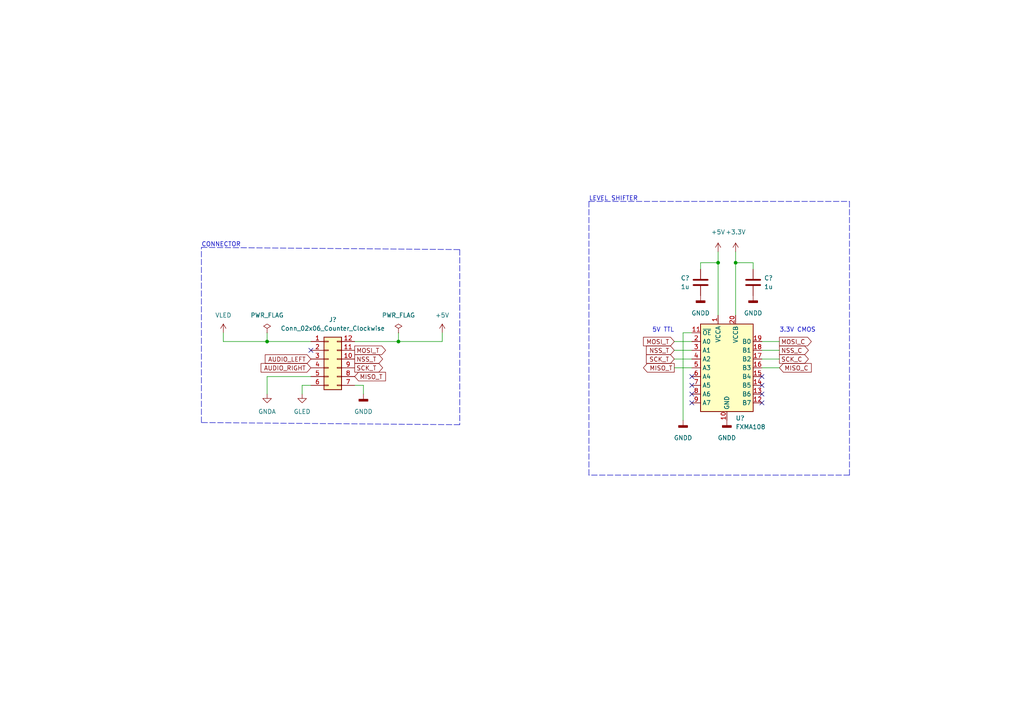
<source format=kicad_sch>
(kicad_sch (version 20211123) (generator eeschema)
  (paper "A4")
  (title_block (date "2022-09-08") (rev "2") (company "© ANDREI ANATSKA, FRANK PLOWMAN 2022"))
  (lib_symbols
    (symbol "CDJ-1000MK3_new_life_project:GLED" (power) (pin_names (offset 0))
      (property "Value" "GLED" (at 0 -3.81 0))
      (symbol "GLED_0_1"
        (polyline (pts (xy 0 0) (xy 0 -1.27) (xy 1.27 -1.27) (xy 0 -2.54) (xy -1.27 -1.27) (xy 0 -1.27)))
      )
      (symbol "GLED_1_1"
        (pin power_in line (at 0 0 270) (length 0) hide (name "GLED") (number "1"))
      )
    )
    (symbol "CDJ-1000MK3_new_life_project:VLED" (power) (pin_names (offset 0))
      (property "Value" "VLED" (at 0 3.556 0))
      (symbol "VLED_0_1"
        (polyline (pts (xy -0.762 1.27) (xy 0 2.54)))
        (polyline (pts (xy 0 0) (xy 0 2.54)))
        (polyline (pts (xy 0 2.54) (xy 0.762 1.27)))
      )
      (symbol "VLED_1_1"
        (pin power_in line (at 0 0 90) (length 0) hide (name "VLED") (number "1"))
      )
    )
    (symbol "Connector_Generic:Conn_02x06_Counter_Clockwise" (pin_names (offset 1.016) hide)
      (property "Reference" "J" (at 1.27 7.62 0))
      (property "Value" "Conn_02x06_Counter_Clockwise" (at 1.27 -10.16 0))
      (symbol "Conn_02x06_Counter_Clockwise_1_1"
        (rectangle (start -1.27 -7.493) (end 0 -7.747) (stroke (width 0.1524)))
        (rectangle (start -1.27 -4.953) (end 0 -5.207) (stroke (width 0.1524)))
        (rectangle (start -1.27 -2.413) (end 0 -2.667) (stroke (width 0.1524)))
        (rectangle (start -1.27 0.127) (end 0 -0.127) (stroke (width 0.1524)))
        (rectangle (start -1.27 2.667) (end 0 2.413) (stroke (width 0.1524)))
        (rectangle (start -1.27 5.207) (end 0 4.953) (stroke (width 0.1524)))
        (rectangle (start -1.27 6.35) (end 3.81 -8.89) (stroke (width 0.254)) (fill (type background)))
        (rectangle (start 3.81 -7.493) (end 2.54 -7.747) (stroke (width 0.1524)))
        (rectangle (start 3.81 -4.953) (end 2.54 -5.207) (stroke (width 0.1524)))
        (rectangle (start 3.81 -2.413) (end 2.54 -2.667) (stroke (width 0.1524)))
        (rectangle (start 3.81 0.127) (end 2.54 -0.127) (stroke (width 0.1524)))
        (rectangle (start 3.81 2.667) (end 2.54 2.413) (stroke (width 0.1524)))
        (rectangle (start 3.81 5.207) (end 2.54 4.953) (stroke (width 0.1524)))
        (pin passive line (at -5.08 5.08 0) (length 3.81) (name "Pin_1") (number "1"))
        (pin passive line (at 7.62 0 180) (length 3.81) (name "Pin_10") (number "10"))
        (pin passive line (at 7.62 2.54 180) (length 3.81) (name "Pin_11") (number "11"))
        (pin passive line (at 7.62 5.08 180) (length 3.81) (name "Pin_12") (number "12"))
        (pin passive line (at -5.08 2.54 0) (length 3.81) (name "Pin_2") (number "2"))
        (pin passive line (at -5.08 0 0) (length 3.81) (name "Pin_3") (number "3"))
        (pin passive line (at -5.08 -2.54 0) (length 3.81) (name "Pin_4") (number "4"))
        (pin passive line (at -5.08 -5.08 0) (length 3.81) (name "Pin_5") (number "5"))
        (pin passive line (at -5.08 -7.62 0) (length 3.81) (name "Pin_6") (number "6"))
        (pin passive line (at 7.62 -7.62 180) (length 3.81) (name "Pin_7") (number "7"))
        (pin passive line (at 7.62 -5.08 180) (length 3.81) (name "Pin_8") (number "8"))
        (pin passive line (at 7.62 -2.54 180) (length 3.81) (name "Pin_9") (number "9"))
      )
    )
    (symbol "Device:C" (pin_numbers hide) (pin_names (offset 0.254))
      (property "Reference" "C" (at 0.635 2.54 0))
      (property "Value" "C" (at 0.635 -2.54 0))
      (symbol "C_0_1"
        (polyline (pts (xy -2.032 -0.762) (xy 2.032 -0.762)) (stroke (width 0.508)))
        (polyline (pts (xy -2.032 0.762) (xy 2.032 0.762)) (stroke (width 0.508)))
      )
      (symbol "C_1_1"
        (pin passive line (at 0 3.81 270) (length 2.794) (name "~") (number "1"))
        (pin passive line (at 0 -3.81 90) (length 2.794) (name "~") (number "2"))
      )
    )
    (symbol "Logic_LevelTranslator:FXMA108"
      (property "Reference" "U" (at -6.35 13.97 0))
      (property "Value" "FXMA108" (at 7.62 13.97 0))
      (symbol "FXMA108_1_1"
        (rectangle (start -7.62 12.7) (end 7.62 -12.7) (stroke (width 0.254)) (fill (type background)))
        (pin power_in line (at -2.54 15.24 270) (length 2.54) (name "VCCA") (number "1"))
        (pin power_in line (at 0 -15.24 90) (length 2.54) (name "GND") (number "10"))
        (pin input line (at -10.16 10.16 0) (length 2.54) (name "~{OE}") (number "11"))
        (pin bidirectional line (at 10.16 -10.16 180) (length 2.54) (name "B7") (number "12"))
        (pin bidirectional line (at 10.16 -7.62 180) (length 2.54) (name "B6") (number "13"))
        (pin bidirectional line (at 10.16 -5.08 180) (length 2.54) (name "B5") (number "14"))
        (pin bidirectional line (at 10.16 -2.54 180) (length 2.54) (name "B4") (number "15"))
        (pin bidirectional line (at 10.16 0 180) (length 2.54) (name "B3") (number "16"))
        (pin bidirectional line (at 10.16 2.54 180) (length 2.54) (name "B2") (number "17"))
        (pin bidirectional line (at 10.16 5.08 180) (length 2.54) (name "B1") (number "18"))
        (pin bidirectional line (at 10.16 7.62 180) (length 2.54) (name "B0") (number "19"))
        (pin bidirectional line (at -10.16 7.62 0) (length 2.54) (name "A0") (number "2"))
        (pin power_in line (at 2.54 15.24 270) (length 2.54) (name "VCCB") (number "20"))
        (pin no_connect line (at 2.54 -12.7 90) (length 2.54) hide (name "NC") (number "21"))
        (pin bidirectional line (at -10.16 5.08 0) (length 2.54) (name "A1") (number "3"))
        (pin bidirectional line (at -10.16 2.54 0) (length 2.54) (name "A2") (number "4"))
        (pin bidirectional line (at -10.16 0 0) (length 2.54) (name "A3") (number "5"))
        (pin bidirectional line (at -10.16 -2.54 0) (length 2.54) (name "A4") (number "6"))
        (pin bidirectional line (at -10.16 -5.08 0) (length 2.54) (name "A5") (number "7"))
        (pin bidirectional line (at -10.16 -7.62 0) (length 2.54) (name "A6") (number "8"))
        (pin bidirectional line (at -10.16 -10.16 0) (length 2.54) (name "A7") (number "9"))
      )
    )
    (symbol "power:+3.3V" (power) (pin_names (offset 0))
      (property "Value" "+3.3V" (at 0 3.556 0))
      (symbol "+3.3V_0_1"
        (polyline (pts (xy -0.762 1.27) (xy 0 2.54)))
        (polyline (pts (xy 0 0) (xy 0 2.54)))
        (polyline (pts (xy 0 2.54) (xy 0.762 1.27)))
      )
      (symbol "+3.3V_1_1"
        (pin power_in line (at 0 0 90) (length 0) hide (name "+3.3V") (number "1"))
      )
    )
    (symbol "power:+5V" (power) (pin_names (offset 0))
      (property "Value" "+5V" (at 0 3.556 0))
      (symbol "+5V_0_1"
        (polyline (pts (xy -0.762 1.27) (xy 0 2.54)))
        (polyline (pts (xy 0 0) (xy 0 2.54)))
        (polyline (pts (xy 0 2.54) (xy 0.762 1.27)))
      )
      (symbol "+5V_1_1"
        (pin power_in line (at 0 0 90) (length 0) hide (name "+5V") (number "1"))
      )
    )
    (symbol "power:GNDA" (power) (pin_names (offset 0))
      (property "Value" "GNDA" (at 0 -3.81 0))
      (symbol "GNDA_0_1"
        (polyline (pts (xy 0 0) (xy 0 -1.27) (xy 1.27 -1.27) (xy 0 -2.54) (xy -1.27 -1.27) (xy 0 -1.27)))
      )
      (symbol "GNDA_1_1"
        (pin power_in line (at 0 0 270) (length 0) hide (name "GNDA") (number "1"))
      )
    )
    (symbol "power:GNDD" (power) (pin_names (offset 0))
      (property "Value" "GNDD" (at 0 -3.175 0))
      (symbol "GNDD_0_1"
        (rectangle (start -1.27 -1.524) (end 1.27 -2.032) (stroke (width 0.254)) (fill (type outline)))
        (polyline (pts (xy 0 0) (xy 0 -1.524)))
      )
      (symbol "GNDD_1_1"
        (pin power_in line (at 0 0 270) (length 0) hide (name "GNDD") (number "1"))
      )
    )
    (symbol "power:PWR_FLAG" (power) (pin_numbers hide) (pin_names (offset 0) hide)
      (property "Value" "PWR_FLAG" (at 0 3.81 0))
      (symbol "PWR_FLAG_0_0"
        (pin power_out line (at 0 0 90) (length 0) (name "pwr") (number "1"))
      )
      (symbol "PWR_FLAG_0_1"
        (polyline (pts (xy 0 0) (xy 0 1.27) (xy -1.016 1.905) (xy 0 2.54) (xy 1.016 1.905) (xy 0 1.27)))
      )
    )
  )
  (junction (at 208.28 76.2))
  (junction (at 213.36 76.2))
  (junction (at 77.47 99.06))
  (junction (at 115.57 99.06))
  (no_connect (at 200.66 111.76))
  (no_connect (at 200.66 114.3))
  (no_connect (at 200.66 116.84))
  (no_connect (at 200.66 109.22))
  (no_connect (at 220.98 116.84))
  (no_connect (at 220.98 114.3))
  (no_connect (at 220.98 111.76))
  (no_connect (at 220.98 109.22))
  (no_connect (at 90.17 101.6))
  (wire (pts (xy 208.28 73.025) (xy 208.28 76.2)))
  (wire (pts (xy 87.63 111.76) (xy 87.63 114.3)))
  (wire (pts (xy 198.12 96.52) (xy 198.12 121.92)))
  (wire (pts (xy 220.98 99.06) (xy 226.06 99.06)))
  (polyline (pts (xy 170.815 58.42) (xy 246.38 58.42)))
  (polyline (pts (xy 170.815 58.42) (xy 170.815 137.795)))
  (wire (pts (xy 195.58 101.6) (xy 200.66 101.6)))
  (wire (pts (xy 115.57 99.06) (xy 128.27 99.06)))
  (wire (pts (xy 195.58 99.06) (xy 200.66 99.06)))
  (wire (pts (xy 195.58 106.68) (xy 200.66 106.68)))
  (wire (pts (xy 77.47 99.06) (xy 90.17 99.06)))
  (wire (pts (xy 90.17 109.22) (xy 77.47 109.22)))
  (wire (pts (xy 220.98 106.68) (xy 226.06 106.68)))
  (wire (pts (xy 213.36 76.2) (xy 218.44 76.2)))
  (wire (pts (xy 105.41 111.76) (xy 105.41 114.3)))
  (wire (pts (xy 218.44 78.105) (xy 218.44 76.2)))
  (wire (pts (xy 200.66 96.52) (xy 198.12 96.52)))
  (wire (pts (xy 77.47 109.22) (xy 77.47 114.3)))
  (wire (pts (xy 208.28 76.2) (xy 208.28 91.44)))
  (wire (pts (xy 64.77 99.06) (xy 77.47 99.06)))
  (polyline (pts (xy 133.35 123.19) (xy 58.42 122.555)))
  (wire (pts (xy 90.17 111.76) (xy 87.63 111.76)))
  (wire (pts (xy 77.47 96.52) (xy 77.47 99.06)))
  (wire (pts (xy 102.87 111.76) (xy 105.41 111.76)))
  (wire (pts (xy 203.2 78.105) (xy 203.2 76.2)))
  (wire (pts (xy 213.36 73.025) (xy 213.36 76.2)))
  (wire (pts (xy 128.27 99.06) (xy 128.27 96.52)))
  (polyline (pts (xy 246.38 58.42) (xy 246.38 137.795)))
  (wire (pts (xy 208.28 76.2) (xy 203.2 76.2)))
  (wire (pts (xy 102.87 99.06) (xy 115.57 99.06)))
  (wire (pts (xy 220.98 104.14) (xy 226.06 104.14)))
  (wire (pts (xy 220.98 101.6) (xy 226.06 101.6)))
  (polyline (pts (xy 246.38 137.795) (xy 170.815 137.795)))
  (wire (pts (xy 195.58 104.14) (xy 200.66 104.14)))
  (polyline (pts (xy 133.35 72.39) (xy 133.35 123.19)))
  (wire (pts (xy 64.77 96.52) (xy 64.77 99.06)))
  (polyline (pts (xy 58.42 122.555) (xy 58.42 71.755)))
  (wire (pts (xy 115.57 96.52) (xy 115.57 99.06)))
  (wire (pts (xy 213.36 76.2) (xy 213.36 91.44)))
  (polyline (pts (xy 58.42 71.755) (xy 133.35 72.39)))
  (text "CONNECTOR" (at 58.42 71.755 0) (effects (font (size 1.27 1.27)) (justify left bottom)))
  (text "3.3V CMOS" (at 226.06 96.52 0) (effects (font (size 1.27 1.27)) (justify left bottom)))
  (text "LEVEL SHIFTER" (at 170.815 58.42 0) (effects (font (size 1.27 1.27)) (justify left bottom)))
  (text "5V TTL" (at 195.58 96.52 180) (effects (font (size 1.27 1.27)) (justify right bottom)))
  (global_label "NSS_T" (shape output) (at 102.87 104.14 0) (property "Intersheet References" "${INTERSHEET_REFS}" (effects hide)))
  (global_label "MISO_T" (shape input) (at 102.87 109.22 0) (property "Intersheet References" "${INTERSHEET_REFS}" (effects hide)))
  (global_label "SCK_C" (shape output) (at 226.06 104.14 0) (property "Intersheet References" "${INTERSHEET_REFS}" (effects hide)))
  (global_label "NSS_C" (shape output) (at 226.06 101.6 0) (property "Intersheet References" "${INTERSHEET_REFS}" (effects hide)))
  (global_label "SCK_T" (shape input) (at 195.58 104.14 180) (property "Intersheet References" "${INTERSHEET_REFS}" (effects hide)))
  (global_label "MISO_C" (shape input) (at 226.06 106.68 0) (property "Intersheet References" "${INTERSHEET_REFS}" (effects hide)))
  (global_label "NSS_T" (shape input) (at 195.58 101.6 180) (property "Intersheet References" "${INTERSHEET_REFS}" (effects hide)))
  (global_label "MOSI_C" (shape output) (at 226.06 99.06 0) (property "Intersheet References" "${INTERSHEET_REFS}" (effects hide)))
  (global_label "MISO_T" (shape output) (at 195.58 106.68 180) (property "Intersheet References" "${INTERSHEET_REFS}" (effects hide)))
  (global_label "MOSI_T" (shape input) (at 195.58 99.06 180) (property "Intersheet References" "${INTERSHEET_REFS}" (effects hide)))
  (global_label "SCK_T" (shape output) (at 102.87 106.68 0) (property "Intersheet References" "${INTERSHEET_REFS}" (effects hide)))
  (global_label "AUDIO_RIGHT" (shape input) (at 90.17 106.68 180) (property "Intersheet References" "${INTERSHEET_REFS}" (effects hide)))
  (global_label "AUDIO_LEFT" (shape input) (at 90.17 104.14 180) (property "Intersheet References" "${INTERSHEET_REFS}" (effects hide)))
  (global_label "MOSI_T" (shape output) (at 102.87 101.6 0) (property "Intersheet References" "${INTERSHEET_REFS}" (effects hide)))
  (symbol (lib_id "power:GNDD") (at 218.44 85.725 0) (unit 1)
    (property "Reference" "#PWR?" (effects hide))
    (property "Value" "GNDD" (at 218.44 90.805 0))
  )
  (symbol (lib_id "power:GNDD") (at 210.82 121.92 0) (unit 1)
    (property "Reference" "#PWR?" (effects hide))
    (property "Value" "GNDD" (at 210.82 127 0))
  )
  (symbol (lib_id "power:+5V") (at 208.28 73.025 0) (unit 1)
    (property "Reference" "#PWR0166" (effects hide))
    (property "Value" "+5V" (at 208.28 67.31 0))
  )
  (symbol (lib_id "power:PWR_FLAG") (at 77.47 96.52 0) (mirror y) (unit 1)
    (property "Reference" "#FLG?" (effects hide))
    (property "Value" "PWR_FLAG" (at 77.47 91.44 0))
  )
  (symbol (lib_id "Connector_Generic:Conn_02x06_Counter_Clockwise") (at 95.25 104.14 0) (unit 1)
    (property "Reference" "J?" (at 96.52 92.71 0))
    (property "Value" "Conn_02x06_Counter_Clockwise" (at 96.52 95.25 0))
  )
  (symbol (lib_id "CDJ-1000MK3_new_life_project:GLED") (at 87.63 114.3 0) (mirror y) (unit 1)
    (property "Reference" "#PWR?" (effects hide))
    (property "Value" "GLED" (at 87.63 119.38 0))
  )
  (symbol (lib_id "power:GNDD") (at 203.2 85.725 0) (unit 1)
    (property "Reference" "#PWR?" (effects hide))
    (property "Value" "GNDD" (at 203.2 90.805 0))
  )
  (symbol (lib_id "Logic_LevelTranslator:FXMA108") (at 210.82 106.68 0) (unit 1)
    (property "Reference" "U?" (at 213.36 121.285 0) (effects (justify left)))
    (property "Value" "FXMA108" (at 213.36 123.825 0) (effects (justify left)))
    (property "Footprint" "Package_DFN_QFN:WQFN-20-1EP_2.5x4.5mm_P0.5mm_EP1x2.9mm" (effects hide))
    (property "Datasheet" "http://www.onsemi.com/pub/Collateral/FXMA108-D.pdf" (effects hide))
  )
  (symbol (lib_id "power:GNDD") (at 105.41 114.3 0) (unit 1)
    (property "Reference" "#PWR?" (effects hide))
    (property "Value" "GNDD" (at 105.41 119.38 0))
  )
  (symbol (lib_id "Device:C") (at 218.44 81.915 0) (unit 1)
    (property "Reference" "C?" (at 221.615 80.6449 0) (effects (justify left)))
    (property "Value" "1u" (at 221.615 83.1849 0) (effects (justify left)))
  )
  (symbol (lib_id "power:GNDD") (at 198.12 121.92 0) (unit 1)
    (property "Reference" "#PWR?" (effects hide))
    (property "Value" "GNDD" (at 198.12 127 0))
  )
  (symbol (lib_id "power:+3.3V") (at 213.36 73.025 0) (unit 1)
    (property "Reference" "#PWR0165" (effects hide))
    (property "Value" "+3.3V" (at 213.36 67.31 0))
  )
  (symbol (lib_id "power:+5V") (at 128.27 96.52 0) (unit 1)
    (property "Reference" "#PWR0159" (effects hide))
    (property "Value" "+5V" (at 128.27 91.44 0))
  )
  (symbol (lib_id "power:PWR_FLAG") (at 115.57 96.52 0) (unit 1)
    (property "Reference" "#FLG0102" (effects hide))
    (property "Value" "PWR_FLAG" (at 115.57 91.44 0))
  )
  (symbol (lib_id "power:GNDA") (at 77.47 114.3 0) (unit 1)
    (property "Reference" "#PWR?" (effects hide))
    (property "Value" "GNDA" (at 77.47 119.38 0))
  )
  (symbol (lib_id "Device:C") (at 203.2 81.915 0) (mirror y) (unit 1)
    (property "Reference" "C?" (at 200.025 80.6449 0) (effects (justify left)))
    (property "Value" "1u" (at 200.025 83.1849 0) (effects (justify left)))
  )
  (symbol (lib_id "CDJ-1000MK3_new_life_project:VLED") (at 64.77 96.52 0) (mirror y) (unit 1)
    (property "Reference" "#PWR?" (effects hide))
    (property "Value" "VLED" (at 64.77 91.44 0))
  )
)
</source>
